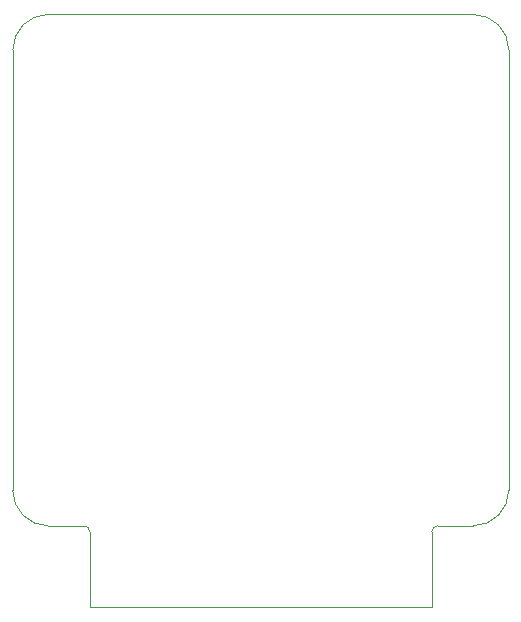
<source format=gbr>
%TF.GenerationSoftware,KiCad,Pcbnew,5.1.6-c6e7f7d~87~ubuntu19.10.1*%
%TF.CreationDate,2021-03-04T23:01:58-05:00*%
%TF.ProjectId,daedalus,64616564-616c-4757-932e-6b696361645f,v1.0*%
%TF.SameCoordinates,Original*%
%TF.FileFunction,Profile,NP*%
%FSLAX46Y46*%
G04 Gerber Fmt 4.6, Leading zero omitted, Abs format (unit mm)*
G04 Created by KiCad (PCBNEW 5.1.6-c6e7f7d~87~ubuntu19.10.1) date 2021-03-04 23:01:58*
%MOMM*%
%LPD*%
G01*
G04 APERTURE LIST*
%TA.AperFunction,Profile*%
%ADD10C,0.050000*%
%TD*%
G04 APERTURE END LIST*
D10*
X125953520Y-75407520D02*
X161945321Y-75407504D01*
X158429960Y-125567440D02*
X129473960Y-125567440D01*
X158429960Y-119197120D02*
X158429960Y-125567440D01*
X129473960Y-119212360D02*
X129473960Y-125567440D01*
X158429960Y-119197120D02*
G75*
G02*
X158932880Y-118694200I502920J0D01*
G01*
X128971040Y-118709440D02*
G75*
G02*
X129473960Y-119212360I0J-502920D01*
G01*
X161940244Y-118693917D02*
X158932880Y-118694200D01*
X125963680Y-118709440D02*
X128971040Y-118709440D01*
X164952680Y-115676680D02*
G75*
G02*
X161940244Y-118693917I-3012436J-4797D01*
G01*
X125963680Y-118709440D02*
G75*
G02*
X122946160Y-115691920I0J3017520D01*
G01*
X122946160Y-78414880D02*
X122946160Y-115691920D01*
X164952679Y-78404721D02*
X164952680Y-115676680D01*
X161945321Y-75407504D02*
G75*
G02*
X164952679Y-78404721I-1J-3007376D01*
G01*
X122946160Y-78414880D02*
G75*
G02*
X125953520Y-75407520I3007360J0D01*
G01*
M02*

</source>
